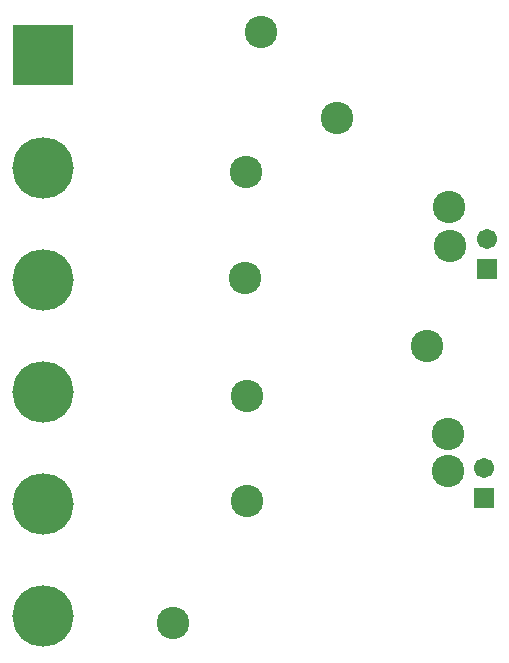
<source format=gbs>
G04*
G04 #@! TF.GenerationSoftware,Altium Limited,Altium Designer,19.1.7 (138)*
G04*
G04 Layer_Color=16711935*
%FSAX25Y25*%
%MOIN*%
G70*
G01*
G75*
%ADD40C,0.20485*%
%ADD41R,0.20485X0.20485*%
%ADD42C,0.10800*%
%ADD43C,0.06706*%
%ADD44R,0.06706X0.06706*%
D40*
X0049600Y0035400D02*
D03*
Y0072802D02*
D03*
Y0110203D02*
D03*
Y0147605D02*
D03*
Y0185006D02*
D03*
D41*
Y0222408D02*
D03*
D42*
X0147600Y0201400D02*
D03*
X0177600Y0125400D02*
D03*
X0184600Y0083739D02*
D03*
X0185200Y0158900D02*
D03*
X0122179Y0230289D02*
D03*
X0185100Y0171939D02*
D03*
X0184600Y0096239D02*
D03*
X0117600Y0073739D02*
D03*
X0117500Y0108839D02*
D03*
X0117300Y0183639D02*
D03*
X0116979Y0148089D02*
D03*
X0093100Y0033239D02*
D03*
D43*
X0196600Y0084800D02*
D03*
X0197800Y0161200D02*
D03*
D44*
X0196600Y0074800D02*
D03*
X0197800Y0151200D02*
D03*
M02*

</source>
